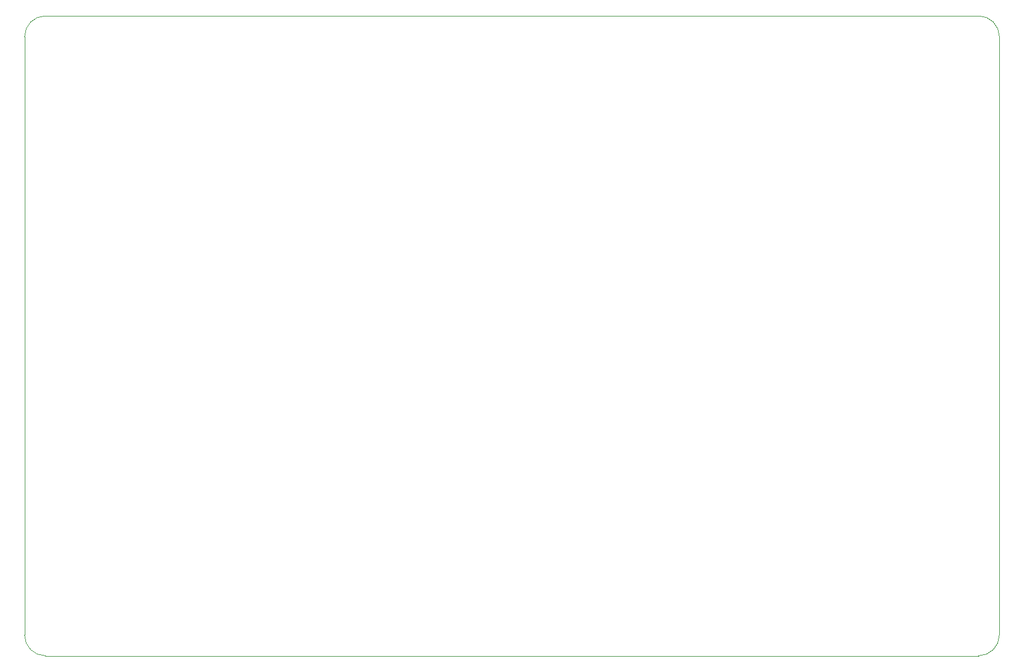
<source format=gbr>
%TF.GenerationSoftware,KiCad,Pcbnew,9.0.7*%
%TF.CreationDate,2026-01-23T21:58:35-06:00*%
%TF.ProjectId,LillyKey,4c696c6c-794b-4657-992e-6b696361645f,rev?*%
%TF.SameCoordinates,Original*%
%TF.FileFunction,Profile,NP*%
%FSLAX46Y46*%
G04 Gerber Fmt 4.6, Leading zero omitted, Abs format (unit mm)*
G04 Created by KiCad (PCBNEW 9.0.7) date 2026-01-23 21:58:35*
%MOMM*%
%LPD*%
G01*
G04 APERTURE LIST*
%TA.AperFunction,Profile*%
%ADD10C,0.050000*%
%TD*%
G04 APERTURE END LIST*
D10*
X25000000Y-114000000D02*
G75*
G02*
X22000000Y-111000000I0J3000000D01*
G01*
X22000000Y-25000000D02*
G75*
G02*
X25000000Y-22000000I3000000J0D01*
G01*
X162000000Y-111000000D02*
G75*
G02*
X159000000Y-114000000I-3000000J0D01*
G01*
X159000000Y-22000000D02*
G75*
G02*
X162000000Y-25000000I0J-3000000D01*
G01*
X159000000Y-114000000D02*
X25000000Y-114000000D01*
X25000000Y-22000000D02*
X159000000Y-22000000D01*
X22000000Y-111000000D02*
X22000000Y-25000000D01*
X162000000Y-25000000D02*
X162000000Y-111000000D01*
M02*

</source>
